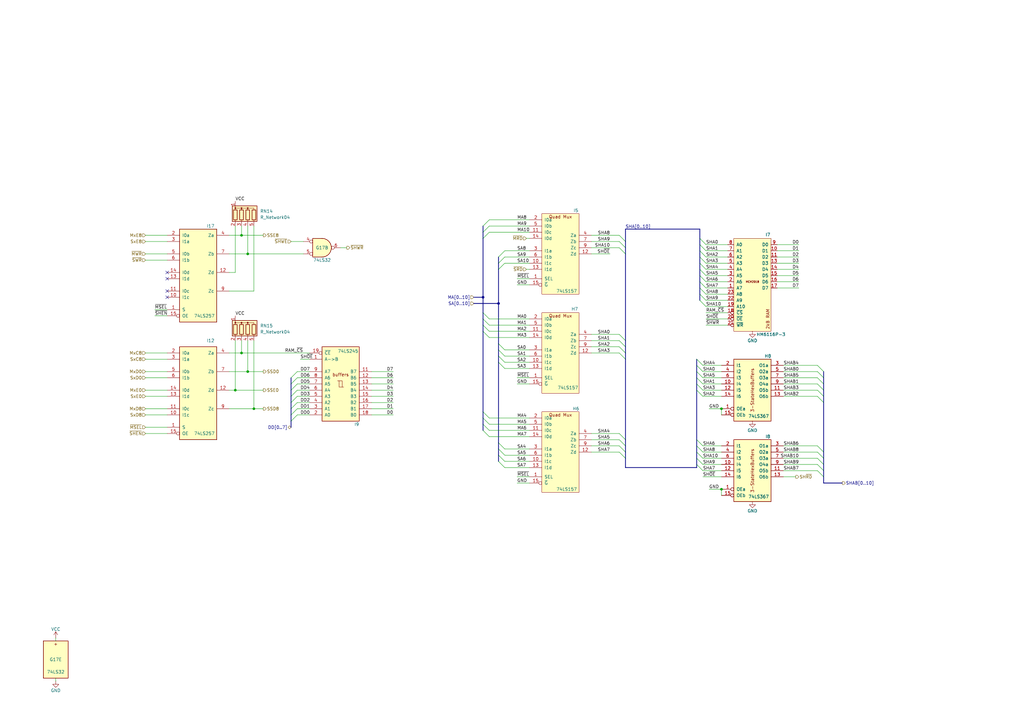
<source format=kicad_sch>
(kicad_sch (version 20231120) (generator "eeschema") (generator_version "8.0")
  (paper "A3")
  (title_block (title "Shared Memory") (date "2024-10-12") (company "JOTEGO") (comment 1 "Jose Tejada"))
  (lib_symbols
    (symbol "Device:R_Network04" (pin_names (offset 0) hide)
      (property "Reference" "RN" (at -7.62 0 90))
      (property "Value" "R_Network04" (at 5.08 0 90))
      (symbol "R_Network04_0_1"
        (rectangle (start -6.35 -3.175) (end 3.81 3.175) (stroke (width 0.254)) (fill (type background)))
        (rectangle (start -5.842 1.524) (end -4.318 -2.54) (stroke (width 0.254)))
        (circle (center -5.08 2.286) (radius 0.254) (fill (type outline)))
        (rectangle (start -3.302 1.524) (end -1.778 -2.54) (stroke (width 0.254)))
        (circle (center -2.54 2.286) (radius 0.254) (fill (type outline)))
        (rectangle (start -0.762 1.524) (end 0.762 -2.54) (stroke (width 0.254)))
        (polyline (pts (xy -5.08 -2.54) (xy -5.08 -3.81)))
        (polyline (pts (xy -2.54 -2.54) (xy -2.54 -3.81)))
        (polyline (pts (xy 0 -2.54) (xy 0 -3.81)))
        (polyline (pts (xy 2.54 -2.54) (xy 2.54 -3.81)))
        (polyline (pts (xy -5.08 1.524) (xy -5.08 2.286) (xy -2.54 2.286) (xy -2.54 1.524)))
        (polyline (pts (xy -2.54 1.524) (xy -2.54 2.286) (xy 0 2.286) (xy 0 1.524)))
        (polyline (pts (xy 0 1.524) (xy 0 2.286) (xy 2.54 2.286) (xy 2.54 1.524)))
        (circle (center 0 2.286) (radius 0.254) (fill (type outline)))
        (rectangle (start 1.778 1.524) (end 3.302 -2.54) (stroke (width 0.254)))
      )
      (symbol "R_Network04_1_1"
        (pin passive line (at -5.08 5.08 270) (length 2.54) (name "common") (number "1"))
        (pin passive line (at -5.08 -5.08 90) (length 1.27) (name "R1") (number "2"))
        (pin passive line (at -2.54 -5.08 90) (length 1.27) (name "R2") (number "3"))
        (pin passive line (at 0 -5.08 90) (length 1.27) (name "R3") (number "4"))
        (pin passive line (at 2.54 -5.08 90) (length 1.27) (name "R4") (number "5"))
      )
    )
    (symbol "arcade:HM6116P-3" (pin_names (offset 1.016))
      (property "Reference" "U" (at 0 21.59 0))
      (property "Value" "HM6116P-3" (at 1.27 19.05 0))
      (symbol "HM6116P-3_0_0"
        (text "2kB RAM" (at 6.35 -15.24 900) (effects (font (size 1.27 1.27))))
        (text "MCM2018" (at 0 0 0) (effects (font (size 0.762 0.762))))
      )
      (symbol "HM6116P-3_0_1"
        (rectangle (start -7.62 17.78) (end 7.62 -20.32) (fill (type background)))
      )
      (symbol "HM6116P-3_1_1"
        (pin input line (at -10.16 -2.54 0) (length 2.54) (name "A7") (number "1"))
        (pin tri_state line (at 10.16 12.7 180) (length 2.54) (name "D1") (number "10"))
        (pin tri_state line (at 10.16 10.16 180) (length 2.54) (name "D2") (number "11"))
        (pin power_in line (at 0 -20.32 90) (length 5.08) hide (name "VSS") (number "12"))
        (pin tri_state line (at 10.16 7.62 180) (length 2.54) (name "D3") (number "13"))
        (pin tri_state line (at 10.16 5.08 180) (length 2.54) (name "D4") (number "14"))
        (pin tri_state line (at 10.16 2.54 180) (length 2.54) (name "D5") (number "15"))
        (pin tri_state line (at 10.16 0 180) (length 2.54) (name "D6") (number "16"))
        (pin tri_state line (at 10.16 -2.54 180) (length 2.54) (name "D7") (number "17"))
        (pin input inverted (at -10.16 -12.7 0) (length 2.54) (name "~{CS}") (number "18"))
        (pin input line (at -10.16 -10.16 0) (length 2.54) (name "A10") (number "19"))
        (pin input line (at -10.16 0 0) (length 2.54) (name "A6") (number "2"))
        (pin input inverted (at -10.16 -15.24 0) (length 2.54) (name "~{OE}") (number "20"))
        (pin input inverted (at -10.16 -17.78 0) (length 2.54) (name "~{WR}") (number "21"))
        (pin input line (at -10.16 -7.62 0) (length 2.54) (name "A9") (number "22"))
        (pin input line (at -10.16 -5.08 0) (length 2.54) (name "A8") (number "23"))
        (pin power_in line (at 0 17.78 270) (length 5.08) hide (name "VCC") (number "24"))
        (pin input line (at -10.16 2.54 0) (length 2.54) (name "A5") (number "3"))
        (pin input line (at -10.16 5.08 0) (length 2.54) (name "A4") (number "4"))
        (pin input line (at -10.16 7.62 0) (length 2.54) (name "A3") (number "5"))
        (pin input line (at -10.16 10.16 0) (length 2.54) (name "A2") (number "6"))
        (pin input line (at -10.16 12.7 0) (length 2.54) (name "A1") (number "7"))
        (pin input line (at -10.16 15.24 0) (length 2.54) (name "A0") (number "8"))
        (pin tri_state line (at 10.16 15.24 180) (length 2.54) (name "D0") (number "9"))
      )
    )
    (symbol "jt74:74LS157" (pin_names (offset 1.016))
      (property "Reference" "U" (at 5.08 16.51 0))
      (property "Value" "74LS157" (at 0 -16.51 0))
      (symbol "74LS157_0_0"
        (text "Quad Mux" (at 0 13.97 0) (effects (font (size 1.27 1.27))))
      )
      (symbol "74LS157_1_0"
        (pin input line (at -12.7 -11.43 0) (length 5.08) (name "SEL") (number "1"))
        (pin input line (at -12.7 -5.08 0) (length 5.08) (name "I1c") (number "10"))
        (pin input line (at -12.7 7.62 0) (length 5.08) (name "I0c") (number "11"))
        (pin output line (at 12.7 -1.27 180) (length 5.08) (name "Zd") (number "12"))
        (pin input line (at -12.7 -7.62 0) (length 5.08) (name "I1d") (number "13"))
        (pin input line (at -12.7 5.08 0) (length 5.08) (name "I0d") (number "14"))
        (pin input inverted (at -12.7 -13.97 0) (length 5.08) (name "~{G}") (number "15"))
        (pin input line (at -12.7 12.7 0) (length 5.08) (name "I0a") (number "2"))
        (pin input line (at -12.7 0 0) (length 5.08) (name "I1a") (number "3"))
        (pin output line (at 12.7 6.35 180) (length 5.08) (name "Za") (number "4"))
        (pin input line (at -12.7 10.16 0) (length 5.08) (name "I0b") (number "5"))
        (pin input line (at -12.7 -2.54 0) (length 5.08) (name "I1b") (number "6"))
        (pin output line (at 12.7 3.81 180) (length 5.08) (name "Zb") (number "7"))
        (pin output line (at 12.7 1.27 180) (length 5.08) (name "Zc") (number "9"))
      )
      (symbol "74LS157_1_1"
        (rectangle (start -7.62 15.24) (end 7.62 -17.78) (fill (type background)))
      )
    )
    (symbol "jt74:74LS245" (pin_names (offset 1.016))
      (property "Reference" "U" (at -7.62 16.51 0))
      (property "Value" "74LS245" (at 2.54 -13.97 0))
      (symbol "74LS245_0_0"
        (text "buffers" (at 0 -3.81 0) (effects (font (size 1.27 1.27))))
      )
      (symbol "74LS245_1_0"
        (polyline (pts (xy -0.635 -1.27) (xy -0.635 1.27) (xy 0.635 1.27)))
        (polyline (pts (xy -1.27 -1.27) (xy 0.635 -1.27) (xy 0.635 1.27) (xy 1.27 1.27)))
        (pin input line (at -12.7 -10.16 0) (length 5.08) (name "A->B") (number "1"))
        (pin tri_state line (at 12.7 -5.08 180) (length 5.08) (name "B7") (number "11"))
        (pin tri_state line (at 12.7 -2.54 180) (length 5.08) (name "B6") (number "12"))
        (pin tri_state line (at 12.7 0 180) (length 5.08) (name "B5") (number "13"))
        (pin tri_state line (at 12.7 2.54 180) (length 5.08) (name "B4") (number "14"))
        (pin tri_state line (at 12.7 5.08 180) (length 5.08) (name "B3") (number "15"))
        (pin tri_state line (at 12.7 7.62 180) (length 5.08) (name "B2") (number "16"))
        (pin tri_state line (at 12.7 10.16 180) (length 5.08) (name "B1") (number "17"))
        (pin tri_state line (at 12.7 12.7 180) (length 5.08) (name "B0") (number "18"))
        (pin input inverted (at -12.7 -12.7 0) (length 5.08) (name "~{CE}") (number "19"))
        (pin tri_state line (at -12.7 12.7 0) (length 5.08) (name "A0") (number "2"))
        (pin tri_state line (at -12.7 10.16 0) (length 5.08) (name "A1") (number "3"))
        (pin tri_state line (at -12.7 7.62 0) (length 5.08) (name "A2") (number "4"))
        (pin tri_state line (at -12.7 5.08 0) (length 5.08) (name "A3") (number "5"))
        (pin tri_state line (at -12.7 2.54 0) (length 5.08) (name "A4") (number "6"))
        (pin tri_state line (at -12.7 0 0) (length 5.08) (name "A5") (number "7"))
        (pin tri_state line (at -12.7 -2.54 0) (length 5.08) (name "A6") (number "8"))
        (pin tri_state line (at -12.7 -5.08 0) (length 5.08) (name "A7") (number "9"))
      )
      (symbol "74LS245_1_1"
        (rectangle (start -7.62 15.24) (end 7.62 -15.24) (stroke (width 0.254)) (fill (type background)))
      )
    )
    (symbol "jt74:74LS257" (pin_names (offset 1.016))
      (property "Reference" "U" (at -7.62 19.05 0))
      (property "Value" "74LS257" (at 3.048 -18.923 0))
      (symbol "74LS257_1_0"
        (pin input line (at -12.7 -15.24 0) (length 5.08) (name "S") (number "1"))
        (pin input line (at -12.7 -10.16 0) (length 5.08) (name "I1c") (number "10"))
        (pin input line (at -12.7 -7.62 0) (length 5.08) (name "I0c") (number "11"))
        (pin tri_state line (at 12.7 0 180) (length 5.08) (name "Zd") (number "12"))
        (pin input line (at -12.7 -2.54 0) (length 5.08) (name "I1d") (number "13"))
        (pin input line (at -12.7 0 0) (length 5.08) (name "I0d") (number "14"))
        (pin input inverted (at -12.7 -17.78 0) (length 5.08) (name "OE") (number "15"))
        (pin input line (at -12.7 15.24 0) (length 5.08) (name "I0a") (number "2"))
        (pin input line (at -12.7 12.7 0) (length 5.08) (name "I1a") (number "3"))
        (pin tri_state line (at 12.7 15.24 180) (length 5.08) (name "Za") (number "4"))
        (pin input line (at -12.7 7.62 0) (length 5.08) (name "I0b") (number "5"))
        (pin input line (at -12.7 5.08 0) (length 5.08) (name "I1b") (number "6"))
        (pin tri_state line (at 12.7 7.62 180) (length 5.08) (name "Zb") (number "7"))
        (pin tri_state line (at 12.7 -7.62 180) (length 5.08) (name "Zc") (number "9"))
      )
      (symbol "74LS257_1_1"
        (rectangle (start -7.62 17.78) (end 7.62 -20.32) (stroke (width 0.254)) (fill (type background)))
      )
    )
    (symbol "jt74:74LS32" (pin_names (offset 1.016))
      (property "Reference" "U" (at 0 1.27 0))
      (property "Value" "74LS32" (at 0 -1.27 0))
      (symbol "74LS32_1_1"
        (arc (start -3.81 -3.81) (mid -2.589 0) (end -3.81 3.81) (stroke (width 0.254)))
        (arc (start -0.6096 -3.81) (mid 2.1842 -2.5851) (end 3.81 0) (stroke (width 0.254)) (fill (type background)))
        (polyline (pts (xy -3.81 -3.81) (xy -0.635 -3.81)) (stroke (width 0.254)) (fill (type background)))
        (polyline (pts (xy -3.81 3.81) (xy -0.635 3.81)) (stroke (width 0.254)) (fill (type background)))
        (polyline (pts (xy -0.635 3.81) (xy -3.81 3.81) (xy -3.81 3.81) (xy -3.556 3.4036) (xy -3.0226 2.2606) (xy -2.6924 1.0414) (xy -2.6162 -0.254) (xy -2.7686 -1.4986) (xy -3.175 -2.7178) (xy -3.81 -3.81) (xy -3.81 -3.81) (xy -0.635 -3.81)) (stroke (width -25.4)) (fill (type background)))
        (arc (start 3.81 0) (mid 2.1915 2.5936) (end -0.6096 3.81) (stroke (width 0.254)) (fill (type background)))
        (pin input line (at -7.62 2.54 0) (length 4.318) (name "~") (number "1"))
        (pin input line (at -7.62 -2.54 0) (length 4.318) (name "~") (number "2"))
        (pin output line (at 7.62 0 180) (length 3.81) (name "~") (number "3"))
      )
      (symbol "74LS32_1_2"
        (arc (start 0 -3.81) (mid 3.7934 0) (end 0 3.81) (stroke (width 0.254)) (fill (type background)))
        (polyline (pts (xy 0 3.81) (xy -3.81 3.81) (xy -3.81 -3.81) (xy 0 -3.81)) (stroke (width 0.254)) (fill (type background)))
        (pin input inverted (at -7.62 2.54 0) (length 3.81) (name "~") (number "1"))
        (pin input inverted (at -7.62 -2.54 0) (length 3.81) (name "~") (number "2"))
        (pin output inverted (at 7.62 0 180) (length 3.81) (name "~") (number "3"))
      )
      (symbol "74LS32_2_1"
        (arc (start -3.81 -3.81) (mid -2.589 0) (end -3.81 3.81) (stroke (width 0.254)))
        (arc (start -0.6096 -3.81) (mid 2.1842 -2.5851) (end 3.81 0) (stroke (width 0.254)) (fill (type background)))
        (polyline (pts (xy -3.81 -3.81) (xy -0.635 -3.81)) (stroke (width 0.254)) (fill (type background)))
        (polyline (pts (xy -3.81 3.81) (xy -0.635 3.81)) (stroke (width 0.254)) (fill (type background)))
        (polyline (pts (xy -0.635 3.81) (xy -3.81 3.81) (xy -3.81 3.81) (xy -3.556 3.4036) (xy -3.0226 2.2606) (xy -2.6924 1.0414) (xy -2.6162 -0.254) (xy -2.7686 -1.4986) (xy -3.175 -2.7178) (xy -3.81 -3.81) (xy -3.81 -3.81) (xy -0.635 -3.81)) (stroke (width -25.4)) (fill (type background)))
        (arc (start 3.81 0) (mid 2.1915 2.5936) (end -0.6096 3.81) (stroke (width 0.254)) (fill (type background)))
        (pin input line (at -7.62 2.54 0) (length 4.318) (name "~") (number "4"))
        (pin input line (at -7.62 -2.54 0) (length 4.318) (name "~") (number "5"))
        (pin output line (at 7.62 0 180) (length 3.81) (name "~") (number "6"))
      )
      (symbol "74LS32_2_2"
        (arc (start 0 -3.81) (mid 3.7934 0) (end 0 3.81) (stroke (width 0.254)) (fill (type background)))
        (polyline (pts (xy 0 3.81) (xy -3.81 3.81) (xy -3.81 -3.81) (xy 0 -3.81)) (stroke (width 0.254)) (fill (type background)))
        (pin input inverted (at -7.62 2.54 0) (length 3.81) (name "~") (number "4"))
        (pin input inverted (at -7.62 -2.54 0) (length 3.81) (name "~") (number "5"))
        (pin output inverted (at 7.62 0 180) (length 3.81) (name "~") (number "6"))
      )
      (symbol "74LS32_3_1"
        (arc (start -3.81 -3.81) (mid -2.589 0) (end -3.81 3.81) (stroke (width 0.254)))
        (arc (start -0.6096 -3.81) (mid 2.1842 -2.5851) (end 3.81 0) (stroke (width 0.254)) (fill (type background)))
        (polyline (pts (xy -3.81 -3.81) (xy -0.635 -3.81)) (stroke (width 0.254)) (fill (type background)))
        (polyline (pts (xy -3.81 3.81) (xy -0.635 3.81)) (stroke (width 0.254)) (fill (type background)))
        (polyline (pts (xy -0.635 3.81) (xy -3.81 3.81) (xy -3.81 3.81) (xy -3.556 3.4036) (xy -3.0226 2.2606) (xy -2.6924 1.0414) (xy -2.6162 -0.254) (xy -2.7686 -1.4986) (xy -3.175 -2.7178) (xy -3.81 -3.81) (xy -3.81 -3.81) (xy -0.635 -3.81)) (stroke (width -25.4)) (fill (type background)))
        (arc (start 3.81 0) (mid 2.1915 2.5936) (end -0.6096 3.81) (stroke (width 0.254)) (fill (type background)))
        (pin input line (at -7.62 -2.54 0) (length 4.318) (name "~") (number "10"))
        (pin output line (at 7.62 0 180) (length 3.81) (name "~") (number "8"))
        (pin input line (at -7.62 2.54 0) (length 4.318) (name "~") (number "9"))
      )
      (symbol "74LS32_3_2"
        (arc (start 0 -3.81) (mid 3.7934 0) (end 0 3.81) (stroke (width 0.254)) (fill (type background)))
        (polyline (pts (xy 0 3.81) (xy -3.81 3.81) (xy -3.81 -3.81) (xy 0 -3.81)) (stroke (width 0.254)) (fill (type background)))
        (pin input inverted (at -7.62 -2.54 0) (length 3.81) (name "~") (number "10"))
        (pin output inverted (at 7.62 0 180) (length 3.81) (name "~") (number "8"))
        (pin input inverted (at -7.62 2.54 0) (length 3.81) (name "~") (number "9"))
      )
      (symbol "74LS32_4_1"
        (arc (start -3.81 -3.81) (mid -2.589 0) (end -3.81 3.81) (stroke (width 0.254)))
        (arc (start -0.6096 -3.81) (mid 2.1842 -2.5851) (end 3.81 0) (stroke (width 0.254)) (fill (type background)))
        (polyline (pts (xy -3.81 -3.81) (xy -0.635 -3.81)) (stroke (width 0.254)) (fill (type background)))
        (polyline (pts (xy -3.81 3.81) (xy -0.635 3.81)) (stroke (width 0.254)) (fill (type background)))
        (polyline (pts (xy -0.635 3.81) (xy -3.81 3.81) (xy -3.81 3.81) (xy -3.556 3.4036) (xy -3.0226 2.2606) (xy -2.6924 1.0414) (xy -2.6162 -0.254) (xy -2.7686 -1.4986) (xy -3.175 -2.7178) (xy -3.81 -3.81) (xy -3.81 -3.81) (xy -0.635 -3.81)) (stroke (width -25.4)) (fill (type background)))
        (arc (start 3.81 0) (mid 2.1915 2.5936) (end -0.6096 3.81) (stroke (width 0.254)) (fill (type background)))
        (pin output line (at 7.62 0 180) (length 3.81) (name "~") (number "11"))
        (pin input line (at -7.62 2.54 0) (length 4.318) (name "~") (number "12"))
        (pin input line (at -7.62 -2.54 0) (length 4.318) (name "~") (number "13"))
      )
      (symbol "74LS32_4_2"
        (arc (start 0 -3.81) (mid 3.7934 0) (end 0 3.81) (stroke (width 0.254)) (fill (type background)))
        (polyline (pts (xy 0 3.81) (xy -3.81 3.81) (xy -3.81 -3.81) (xy 0 -3.81)) (stroke (width 0.254)) (fill (type background)))
        (pin output inverted (at 7.62 0 180) (length 3.81) (name "~") (number "11"))
        (pin input inverted (at -7.62 2.54 0) (length 3.81) (name "~") (number "12"))
        (pin input inverted (at -7.62 -2.54 0) (length 3.81) (name "~") (number "13"))
      )
      (symbol "74LS32_5_0"
        (pin power_in line (at 0 7.62 270) (length 5.08) hide (name "VCC") (number "14"))
        (pin power_in line (at 0 -7.62 90) (length 5.08) hide (name "VSS") (number "7"))
      )
      (symbol "74LS32_5_1"
        (rectangle (start -5.08 7.62) (end 5.08 -7.62) (stroke (width 0.254)) (fill (type background)))
        (text "+" (at 0 6.35 0) (effects (font (size 1.27 1.27))))
      )
    )
    (symbol "jt74:74LS367" (pin_names (offset 1.016))
      (property "Reference" "U" (at -7.62 13.97 0))
      (property "Value" "74LS367" (at -7.62 -13.97 0))
      (symbol "74LS367_0_0"
        (text "3-StateHexBuffers" (at 0 0 900) (effects (font (size 1.27 1.27))))
      )
      (symbol "74LS367_1_0"
        (pin input inverted (at -12.7 -7.62 0) (length 5.08) (name "OEa") (number "1"))
        (pin input line (at -12.7 2.54 0) (length 5.08) (name "I4") (number "10"))
        (pin tri_state line (at 12.7 0 180) (length 5.08) (name "O5b") (number "11"))
        (pin input line (at -12.7 0 0) (length 5.08) (name "I5") (number "12"))
        (pin tri_state line (at 12.7 -2.54 180) (length 5.08) (name "O6b") (number "13"))
        (pin input line (at -12.7 -2.54 0) (length 5.08) (name "I6") (number "14"))
        (pin input inverted (at -12.7 -10.16 0) (length 5.08) (name "OEb") (number "15"))
        (pin input line (at -12.7 10.16 0) (length 5.08) (name "I1") (number "2"))
        (pin tri_state line (at 12.7 10.16 180) (length 5.08) (name "O1a") (number "3"))
        (pin input line (at -12.7 7.62 0) (length 5.08) (name "I2") (number "4"))
        (pin tri_state line (at 12.7 7.62 180) (length 5.08) (name "O2a") (number "5"))
        (pin input line (at -12.7 5.08 0) (length 5.08) (name "I3") (number "6"))
        (pin tri_state line (at 12.7 5.08 180) (length 5.08) (name "O3a") (number "7"))
        (pin tri_state line (at 12.7 2.54 180) (length 5.08) (name "O4a") (number "9"))
      )
      (symbol "74LS367_1_1"
        (rectangle (start -7.62 12.7) (end 7.62 -12.7) (stroke (width 0.254)) (fill (type background)))
        (pin power_in line (at 0 12.7 270) (length 2.54) hide (name "VCC") (number "16"))
        (pin power_in line (at 0 -12.7 90) (length 2.54) hide (name "VSS") (number "8"))
      )
    )
    (symbol "power:GND" (power) (pin_numbers hide) (pin_names (offset 0) hide)
      (property "Value" "GND" (at 0 -3.81 0))
      (symbol "GND_0_1"
        (polyline (pts (xy 0 0) (xy 0 -1.27) (xy 1.27 -1.27) (xy 0 -2.54) (xy -1.27 -1.27) (xy 0 -1.27)))
      )
      (symbol "GND_1_1"
        (pin power_in line (at 0 0 270) (length 0) (name "~") (number "1"))
      )
    )
    (symbol "power:VCC" (power) (pin_numbers hide) (pin_names (offset 0) hide)
      (property "Value" "VCC" (at 0 3.556 0))
      (symbol "VCC_0_1"
        (polyline (pts (xy -0.762 1.27) (xy 0 2.54)))
        (polyline (pts (xy 0 0) (xy 0 2.54)))
        (polyline (pts (xy 0 2.54) (xy 0.762 1.27)))
      )
      (symbol "VCC_1_1"
        (pin power_in line (at 0 0 90) (length 0) (name "~") (number "1"))
      )
    )
  )
  (junction (at 104.14 167.64))
  (junction (at 295.91 200.66))
  (junction (at 99.06 144.78))
  (junction (at 198.12 121.92))
  (junction (at 204.47 124.46))
  (junction (at 99.06 96.52))
  (junction (at 295.91 167.64))
  (junction (at 101.6 104.14))
  (junction (at 101.6 152.4))
  (junction (at 96.52 160.02))
  (no_connect (at 68.58 111.76))
  (no_connect (at 68.58 119.38))
  (no_connect (at 68.58 114.3))
  (no_connect (at 68.58 121.92))
  (bus_entry (at 287.02 120.65) (size 2.54 2.54))
  (bus_entry (at 119.38 157.48) (size 2.54 -2.54))
  (bus_entry (at 204.47 107.95) (size 2.54 -2.54))
  (bus_entry (at 254 185.42) (size 2.54 2.54))
  (bus_entry (at 287.02 107.95) (size 2.54 2.54))
  (bus_entry (at 335.28 182.88) (size 2.54 2.54))
  (bus_entry (at 335.28 157.48) (size 2.54 2.54))
  (bus_entry (at 119.38 172.72) (size 2.54 -2.54))
  (bus_entry (at 287.02 97.79) (size 2.54 2.54))
  (bus_entry (at 287.02 115.57) (size 2.54 2.54))
  (bus_entry (at 204.47 110.49) (size 2.54 -2.54))
  (bus_entry (at 287.02 110.49) (size 2.54 2.54))
  (bus_entry (at 198.12 168.91) (size 2.54 2.54))
  (bus_entry (at 285.75 152.4) (size 2.54 2.54))
  (bus_entry (at 285.75 154.94) (size 2.54 2.54))
  (bus_entry (at 335.28 149.86) (size 2.54 2.54))
  (bus_entry (at 335.28 152.4) (size 2.54 2.54))
  (bus_entry (at 285.75 160.02) (size 2.54 2.54))
  (bus_entry (at 198.12 128.27) (size 2.54 2.54))
  (bus_entry (at 254 177.8) (size 2.54 2.54))
  (bus_entry (at 198.12 95.25) (size 2.54 -2.54))
  (bus_entry (at 198.12 133.35) (size 2.54 2.54))
  (bus_entry (at 204.47 181.61) (size 2.54 2.54))
  (bus_entry (at 254 99.06) (size 2.54 2.54))
  (bus_entry (at 198.12 97.79) (size 2.54 -2.54))
  (bus_entry (at 287.02 102.87) (size 2.54 2.54))
  (bus_entry (at 204.47 146.05) (size 2.54 2.54))
  (bus_entry (at 254 180.34) (size 2.54 2.54))
  (bus_entry (at 287.02 105.41) (size 2.54 2.54))
  (bus_entry (at 254 142.24) (size 2.54 2.54))
  (bus_entry (at 335.28 193.04) (size 2.54 2.54))
  (bus_entry (at 254 139.7) (size 2.54 2.54))
  (bus_entry (at 198.12 171.45) (size 2.54 2.54))
  (bus_entry (at 335.28 160.02) (size 2.54 2.54))
  (bus_entry (at 198.12 135.89) (size 2.54 2.54))
  (bus_entry (at 335.28 190.5) (size 2.54 2.54))
  (bus_entry (at 287.02 100.33) (size 2.54 2.54))
  (bus_entry (at 198.12 130.81) (size 2.54 2.54))
  (bus_entry (at 285.75 147.32) (size 2.54 2.54))
  (bus_entry (at 254 137.16) (size 2.54 2.54))
  (bus_entry (at 204.47 148.59) (size 2.54 2.54))
  (bus_entry (at 285.75 185.42) (size 2.54 2.54))
  (bus_entry (at 119.38 167.64) (size 2.54 -2.54))
  (bus_entry (at 335.28 185.42) (size 2.54 2.54))
  (bus_entry (at 119.38 170.18) (size 2.54 -2.54))
  (bus_entry (at 285.75 157.48) (size 2.54 2.54))
  (bus_entry (at 119.38 162.56) (size 2.54 -2.54))
  (bus_entry (at 285.75 149.86) (size 2.54 2.54))
  (bus_entry (at 287.02 123.19) (size 2.54 2.54))
  (bus_entry (at 254 144.78) (size 2.54 2.54))
  (bus_entry (at 254 96.52) (size 2.54 2.54))
  (bus_entry (at 285.75 180.34) (size 2.54 2.54))
  (bus_entry (at 198.12 92.71) (size 2.54 -2.54))
  (bus_entry (at 285.75 190.5) (size 2.54 2.54))
  (bus_entry (at 254 101.6) (size 2.54 2.54))
  (bus_entry (at 287.02 118.11) (size 2.54 2.54))
  (bus_entry (at 204.47 140.97) (size 2.54 2.54))
  (bus_entry (at 287.02 113.03) (size 2.54 2.54))
  (bus_entry (at 119.38 160.02) (size 2.54 -2.54))
  (bus_entry (at 119.38 165.1) (size 2.54 -2.54))
  (bus_entry (at 198.12 173.99) (size 2.54 2.54))
  (bus_entry (at 285.75 182.88) (size 2.54 2.54))
  (bus_entry (at 204.47 186.69) (size 2.54 2.54))
  (bus_entry (at 254 182.88) (size 2.54 2.54))
  (bus_entry (at 119.38 154.94) (size 2.54 -2.54))
  (bus_entry (at 204.47 189.23) (size 2.54 2.54))
  (bus_entry (at 204.47 105.41) (size 2.54 -2.54))
  (bus_entry (at 335.28 154.94) (size 2.54 2.54))
  (bus_entry (at 335.28 162.56) (size 2.54 2.54))
  (bus_entry (at 198.12 176.53) (size 2.54 2.54))
  (bus_entry (at 285.75 187.96) (size 2.54 2.54))
  (bus_entry (at 204.47 184.15) (size 2.54 2.54))
  (bus_entry (at 335.28 187.96) (size 2.54 2.54))
  (bus_entry (at 204.47 143.51) (size 2.54 2.54))
  (wire (pts (xy 288.29 160.02) (xy 295.91 160.02)))
  (wire (pts (xy 121.92 152.4) (xy 127 152.4)))
  (wire (pts (xy 152.4 170.18) (xy 161.29 170.18)))
  (wire (pts (xy 289.56 123.19) (xy 298.45 123.19)))
  (bus (pts (xy 285.75 180.34) (xy 285.75 182.88)))
  (wire (pts (xy 104.14 119.38) (xy 93.98 119.38)))
  (wire (pts (xy 101.6 139.7) (xy 101.6 152.4)))
  (bus (pts (xy 256.54 99.06) (xy 256.54 93.98)))
  (wire (pts (xy 119.38 99.06) (xy 124.46 99.06)))
  (bus (pts (xy 194.31 124.46) (xy 204.47 124.46)))
  (wire (pts (xy 59.69 96.52) (xy 68.58 96.52)))
  (bus (pts (xy 204.47 124.46) (xy 204.47 140.97)))
  (wire (pts (xy 96.52 160.02) (xy 107.95 160.02)))
  (bus (pts (xy 204.47 184.15) (xy 204.47 186.69)))
  (wire (pts (xy 289.56 125.73) (xy 298.45 125.73)))
  (wire (pts (xy 104.14 167.64) (xy 107.95 167.64)))
  (wire (pts (xy 318.77 100.33) (xy 327.66 100.33)))
  (wire (pts (xy 200.66 173.99) (xy 217.17 173.99)))
  (wire (pts (xy 288.29 149.86) (xy 295.91 149.86)))
  (wire (pts (xy 318.77 118.11) (xy 327.66 118.11)))
  (wire (pts (xy 96.52 111.76) (xy 93.98 111.76)))
  (wire (pts (xy 212.09 114.3) (xy 217.17 114.3)))
  (wire (pts (xy 93.98 144.78) (xy 99.06 144.78)))
  (wire (pts (xy 121.92 162.56) (xy 127 162.56)))
  (wire (pts (xy 318.77 105.41) (xy 327.66 105.41)))
  (bus (pts (xy 287.02 110.49) (xy 287.02 113.03)))
  (wire (pts (xy 289.56 107.95) (xy 298.45 107.95)))
  (wire (pts (xy 207.01 184.15) (xy 217.17 184.15)))
  (wire (pts (xy 101.6 104.14) (xy 124.46 104.14)))
  (wire (pts (xy 321.31 182.88) (xy 335.28 182.88)))
  (wire (pts (xy 321.31 160.02) (xy 335.28 160.02)))
  (wire (pts (xy 212.09 116.84) (xy 217.17 116.84)))
  (bus (pts (xy 287.02 100.33) (xy 287.02 102.87)))
  (bus (pts (xy 285.75 157.48) (xy 285.75 160.02)))
  (bus (pts (xy 256.54 191.77) (xy 285.75 191.77)))
  (wire (pts (xy 96.52 160.02) (xy 93.98 160.02)))
  (wire (pts (xy 254 180.34) (xy 242.57 180.34)))
  (wire (pts (xy 59.69 99.06) (xy 68.58 99.06)))
  (bus (pts (xy 285.75 190.5) (xy 285.75 191.77)))
  (bus (pts (xy 198.12 173.99) (xy 198.12 176.53)))
  (bus (pts (xy 285.75 149.86) (xy 285.75 152.4)))
  (bus (pts (xy 119.38 160.02) (xy 119.38 162.56)))
  (bus (pts (xy 337.82 157.48) (xy 337.82 160.02)))
  (wire (pts (xy 318.77 115.57) (xy 327.66 115.57)))
  (wire (pts (xy 121.92 165.1) (xy 127 165.1)))
  (bus (pts (xy 285.75 182.88) (xy 285.75 185.42)))
  (wire (pts (xy 99.06 139.7) (xy 99.06 144.78)))
  (wire (pts (xy 289.56 100.33) (xy 298.45 100.33)))
  (bus (pts (xy 337.82 154.94) (xy 337.82 157.48)))
  (bus (pts (xy 337.82 160.02) (xy 337.82 162.56)))
  (wire (pts (xy 59.69 162.56) (xy 68.58 162.56)))
  (bus (pts (xy 287.02 97.79) (xy 287.02 100.33)))
  (wire (pts (xy 99.06 96.52) (xy 93.98 96.52)))
  (wire (pts (xy 295.91 200.66) (xy 295.91 203.2)))
  (wire (pts (xy 207.01 102.87) (xy 217.17 102.87)))
  (wire (pts (xy 289.56 120.65) (xy 298.45 120.65)))
  (wire (pts (xy 321.31 190.5) (xy 335.28 190.5)))
  (wire (pts (xy 200.66 92.71) (xy 217.17 92.71)))
  (wire (pts (xy 242.57 177.8) (xy 254 177.8)))
  (bus (pts (xy 256.54 187.96) (xy 256.54 191.77)))
  (bus (pts (xy 198.12 97.79) (xy 198.12 121.92)))
  (bus (pts (xy 256.54 180.34) (xy 256.54 182.88)))
  (wire (pts (xy 288.29 162.56) (xy 295.91 162.56)))
  (wire (pts (xy 152.4 152.4) (xy 161.29 152.4)))
  (wire (pts (xy 288.29 187.96) (xy 295.91 187.96)))
  (wire (pts (xy 289.56 113.03) (xy 298.45 113.03)))
  (wire (pts (xy 59.69 170.18) (xy 68.58 170.18)))
  (wire (pts (xy 212.09 198.12) (xy 217.17 198.12)))
  (bus (pts (xy 204.47 148.59) (xy 204.47 181.61)))
  (wire (pts (xy 22.86 279.4) (xy 22.86 278.13)))
  (bus (pts (xy 204.47 148.59) (xy 204.47 146.05)))
  (bus (pts (xy 119.38 170.18) (xy 119.38 172.72)))
  (wire (pts (xy 99.06 144.78) (xy 127 144.78)))
  (wire (pts (xy 288.29 195.58) (xy 295.91 195.58)))
  (wire (pts (xy 200.66 95.25) (xy 217.17 95.25)))
  (wire (pts (xy 289.56 115.57) (xy 298.45 115.57)))
  (wire (pts (xy 101.6 92.71) (xy 101.6 104.14)))
  (bus (pts (xy 119.38 172.72) (xy 119.38 175.26)))
  (wire (pts (xy 321.31 162.56) (xy 335.28 162.56)))
  (bus (pts (xy 287.02 105.41) (xy 287.02 107.95)))
  (wire (pts (xy 318.77 113.03) (xy 327.66 113.03)))
  (bus (pts (xy 337.82 152.4) (xy 337.82 154.94)))
  (bus (pts (xy 198.12 168.91) (xy 198.12 171.45)))
  (wire (pts (xy 59.69 147.32) (xy 68.58 147.32)))
  (wire (pts (xy 321.31 193.04) (xy 335.28 193.04)))
  (wire (pts (xy 200.66 138.43) (xy 217.17 138.43)))
  (wire (pts (xy 289.56 102.87) (xy 298.45 102.87)))
  (bus (pts (xy 256.54 139.7) (xy 256.54 142.24)))
  (bus (pts (xy 256.54 93.98) (xy 287.02 93.98)))
  (wire (pts (xy 200.66 179.07) (xy 217.17 179.07)))
  (wire (pts (xy 321.31 152.4) (xy 335.28 152.4)))
  (bus (pts (xy 287.02 93.98) (xy 287.02 97.79)))
  (bus (pts (xy 285.75 160.02) (xy 285.75 180.34)))
  (wire (pts (xy 289.56 130.81) (xy 298.45 130.81)))
  (bus (pts (xy 337.82 193.04) (xy 337.82 195.58)))
  (bus (pts (xy 256.54 147.32) (xy 256.54 180.34)))
  (wire (pts (xy 207.01 105.41) (xy 217.17 105.41)))
  (wire (pts (xy 288.29 185.42) (xy 295.91 185.42)))
  (wire (pts (xy 96.52 139.7) (xy 96.52 160.02)))
  (bus (pts (xy 119.38 162.56) (xy 119.38 165.1)))
  (bus (pts (xy 337.82 190.5) (xy 337.82 193.04)))
  (bus (pts (xy 194.31 121.92) (xy 198.12 121.92)))
  (wire (pts (xy 318.77 102.87) (xy 327.66 102.87)))
  (wire (pts (xy 288.29 154.94) (xy 295.91 154.94)))
  (wire (pts (xy 254 144.78) (xy 242.57 144.78)))
  (bus (pts (xy 119.38 154.94) (xy 119.38 157.48)))
  (wire (pts (xy 101.6 152.4) (xy 93.98 152.4)))
  (bus (pts (xy 256.54 182.88) (xy 256.54 185.42)))
  (bus (pts (xy 119.38 167.64) (xy 119.38 170.18)))
  (wire (pts (xy 212.09 195.58) (xy 217.17 195.58)))
  (wire (pts (xy 200.66 171.45) (xy 217.17 171.45)))
  (wire (pts (xy 121.92 167.64) (xy 127 167.64)))
  (wire (pts (xy 104.14 167.64) (xy 93.98 167.64)))
  (bus (pts (xy 198.12 171.45) (xy 198.12 173.99)))
  (wire (pts (xy 288.29 193.04) (xy 295.91 193.04)))
  (wire (pts (xy 200.66 90.17) (xy 217.17 90.17)))
  (wire (pts (xy 207.01 189.23) (xy 217.17 189.23)))
  (bus (pts (xy 337.82 165.1) (xy 337.82 185.42)))
  (wire (pts (xy 321.31 149.86) (xy 335.28 149.86)))
  (bus (pts (xy 337.82 187.96) (xy 337.82 190.5)))
  (wire (pts (xy 139.7 101.6) (xy 142.24 101.6)))
  (bus (pts (xy 287.02 107.95) (xy 287.02 110.49)))
  (wire (pts (xy 99.06 92.71) (xy 99.06 96.52)))
  (wire (pts (xy 104.14 92.71) (xy 104.14 119.38)))
  (bus (pts (xy 285.75 147.32) (xy 285.75 149.86)))
  (wire (pts (xy 254 137.16) (xy 242.57 137.16)))
  (wire (pts (xy 96.52 92.71) (xy 96.52 111.76)))
  (bus (pts (xy 198.12 133.35) (xy 198.12 130.81)))
  (wire (pts (xy 207.01 146.05) (xy 217.17 146.05)))
  (wire (pts (xy 93.98 104.14) (xy 101.6 104.14)))
  (wire (pts (xy 207.01 143.51) (xy 217.17 143.51)))
  (bus (pts (xy 337.82 195.58) (xy 337.82 198.12)))
  (wire (pts (xy 200.66 176.53) (xy 217.17 176.53)))
  (bus (pts (xy 204.47 146.05) (xy 204.47 143.51)))
  (wire (pts (xy 254 101.6) (xy 242.57 101.6)))
  (bus (pts (xy 204.47 181.61) (xy 204.47 184.15)))
  (bus (pts (xy 256.54 144.78) (xy 256.54 147.32)))
  (bus (pts (xy 204.47 143.51) (xy 204.47 140.97)))
  (wire (pts (xy 59.69 154.94) (xy 68.58 154.94)))
  (wire (pts (xy 290.83 167.64) (xy 295.91 167.64)))
  (wire (pts (xy 207.01 107.95) (xy 217.17 107.95)))
  (bus (pts (xy 198.12 135.89) (xy 198.12 168.91)))
  (wire (pts (xy 289.56 118.11) (xy 298.45 118.11)))
  (bus (pts (xy 198.12 95.25) (xy 198.12 97.79)))
  (bus (pts (xy 119.38 165.1) (xy 119.38 167.64)))
  (bus (pts (xy 337.82 185.42) (xy 337.82 187.96)))
  (wire (pts (xy 242.57 104.14) (xy 250.19 104.14)))
  (bus (pts (xy 256.54 99.06) (xy 256.54 101.6)))
  (wire (pts (xy 207.01 148.59) (xy 217.17 148.59)))
  (wire (pts (xy 254 99.06) (xy 242.57 99.06)))
  (wire (pts (xy 59.69 106.68) (xy 68.58 106.68)))
  (bus (pts (xy 337.82 198.12) (xy 345.44 198.12)))
  (wire (pts (xy 288.29 157.48) (xy 295.91 157.48)))
  (wire (pts (xy 59.69 152.4) (xy 68.58 152.4)))
  (wire (pts (xy 254 139.7) (xy 242.57 139.7)))
  (wire (pts (xy 59.69 167.64) (xy 68.58 167.64)))
  (wire (pts (xy 207.01 186.69) (xy 217.17 186.69)))
  (bus (pts (xy 256.54 101.6) (xy 256.54 104.14)))
  (bus (pts (xy 198.12 130.81) (xy 198.12 128.27)))
  (bus (pts (xy 285.75 185.42) (xy 285.75 187.96)))
  (wire (pts (xy 289.56 128.27) (xy 298.45 128.27)))
  (wire (pts (xy 321.31 154.94) (xy 335.28 154.94)))
  (wire (pts (xy 215.9 110.49) (xy 217.17 110.49)))
  (bus (pts (xy 204.47 107.95) (xy 204.47 110.49)))
  (wire (pts (xy 152.4 165.1) (xy 161.29 165.1)))
  (wire (pts (xy 289.56 110.49) (xy 298.45 110.49)))
  (wire (pts (xy 318.77 110.49) (xy 327.66 110.49)))
  (bus (pts (xy 198.12 92.71) (xy 198.12 95.25)))
  (wire (pts (xy 321.31 185.42) (xy 335.28 185.42)))
  (wire (pts (xy 152.4 167.64) (xy 161.29 167.64)))
  (wire (pts (xy 318.77 107.95) (xy 327.66 107.95)))
  (wire (pts (xy 215.9 97.79) (xy 217.17 97.79)))
  (wire (pts (xy 295.91 167.64) (xy 295.91 170.18)))
  (bus (pts (xy 285.75 187.96) (xy 285.75 190.5)))
  (bus (pts (xy 204.47 186.69) (xy 204.47 189.23)))
  (bus (pts (xy 198.12 135.89) (xy 198.12 133.35)))
  (wire (pts (xy 200.66 130.81) (xy 217.17 130.81)))
  (wire (pts (xy 289.56 133.35) (xy 298.45 133.35)))
  (wire (pts (xy 59.69 144.78) (xy 68.58 144.78)))
  (wire (pts (xy 59.69 160.02) (xy 68.58 160.02)))
  (wire (pts (xy 59.69 177.8) (xy 68.58 177.8)))
  (wire (pts (xy 59.69 104.14) (xy 68.58 104.14)))
  (wire (pts (xy 288.29 182.88) (xy 295.91 182.88)))
  (bus (pts (xy 256.54 185.42) (xy 256.54 187.96)))
  (wire (pts (xy 200.66 135.89) (xy 217.17 135.89)))
  (wire (pts (xy 290.83 200.66) (xy 295.91 200.66)))
  (wire (pts (xy 152.4 154.94) (xy 161.29 154.94)))
  (bus (pts (xy 285.75 154.94) (xy 285.75 157.48)))
  (wire (pts (xy 121.92 160.02) (xy 127 160.02)))
  (wire (pts (xy 288.29 152.4) (xy 295.91 152.4)))
  (bus (pts (xy 287.02 113.03) (xy 287.02 115.57)))
  (wire (pts (xy 99.06 96.52) (xy 107.95 96.52)))
  (wire (pts (xy 63.5 129.54) (xy 68.58 129.54)))
  (wire (pts (xy 321.31 157.48) (xy 335.28 157.48)))
  (bus (pts (xy 204.47 110.49) (xy 204.47 124.46)))
  (wire (pts (xy 242.57 96.52) (xy 254 96.52)))
  (bus (pts (xy 198.12 128.27) (xy 198.12 121.92)))
  (wire (pts (xy 22.86 261.62) (xy 22.86 262.89)))
  (wire (pts (xy 121.92 157.48) (xy 127 157.48)))
  (wire (pts (xy 288.29 190.5) (xy 295.91 190.5)))
  (wire (pts (xy 101.6 152.4) (xy 107.95 152.4)))
  (wire (pts (xy 123.19 147.32) (xy 127 147.32)))
  (wire (pts (xy 152.4 162.56) (xy 161.29 162.56)))
  (wire (pts (xy 104.14 139.7) (xy 104.14 167.64)))
  (bus (pts (xy 287.02 115.57) (xy 287.02 118.11)))
  (wire (pts (xy 254 185.42) (xy 242.57 185.42)))
  (bus (pts (xy 119.38 157.48) (xy 119.38 160.02)))
  (wire (pts (xy 152.4 160.02) (xy 161.29 160.02)))
  (bus (pts (xy 256.54 104.14) (xy 256.54 139.7)))
  (bus (pts (xy 337.82 162.56) (xy 337.82 165.1)))
  (bus (pts (xy 204.47 105.41) (xy 204.47 107.95)))
  (wire (pts (xy 121.92 170.18) (xy 127 170.18)))
  (wire (pts (xy 321.31 195.58) (xy 326.39 195.58)))
  (wire (pts (xy 207.01 191.77) (xy 217.17 191.77)))
  (wire (pts (xy 254 182.88) (xy 242.57 182.88)))
  (wire (pts (xy 321.31 187.96) (xy 335.28 187.96)))
  (wire (pts (xy 242.57 142.24) (xy 254 142.24)))
  (bus (pts (xy 256.54 142.24) (xy 256.54 144.78)))
  (wire (pts (xy 212.09 157.48) (xy 217.17 157.48)))
  (wire (pts (xy 152.4 157.48) (xy 161.29 157.48)))
  (wire (pts (xy 63.5 127) (xy 68.58 127)))
  (wire (pts (xy 207.01 151.13) (xy 217.17 151.13)))
  (bus (pts (xy 287.02 120.65) (xy 287.02 123.19)))
  (bus (pts (xy 287.02 102.87) (xy 287.02 105.41)))
  (wire (pts (xy 200.66 133.35) (xy 217.17 133.35)))
  (wire (pts (xy 289.56 105.41) (xy 298.45 105.41)))
  (wire (pts (xy 59.69 175.26) (xy 68.58 175.26)))
  (bus (pts (xy 285.75 152.4) (xy 285.75 154.94)))
  (wire (pts (xy 121.92 154.94) (xy 127 154.94)))
  (bus (pts (xy 287.02 118.11) (xy 287.02 120.65)))
  (wire (pts (xy 212.09 154.94) (xy 217.17 154.94)))
  (label "SHA8" (at 288.29 185.42 0))
  (label "SHA10" (at 250.19 101.6 180))
  (label "SHAB1" (at 327.66 157.48 180))
  (label "SHA3" (at 289.56 107.95 0))
  (label "SHA0" (at 250.19 137.16 180))
  (label "SHA6" (at 250.19 182.88 180))
  (label "SHAB0" (at 327.66 152.4 180))
  (label "DD0" (at 123.19 170.18 0))
  (label "D4" (at 327.66 110.49 180))
  (label "D7" (at 161.29 152.4 180))
  (label "SA4" (at 212.09 184.15 0))
  (label "SA10" (at 212.09 107.95 0))
  (label "SHAB5" (at 327.66 154.94 180))
  (label "SHAB3" (at 327.66 160.02 180))
  (label "SA0" (at 212.09 143.51 0))
  (label "MA5" (at 212.09 173.99 0))
  (label "SH~{OE}" (at 123.19 147.32 0))
  (label "SHA1" (at 288.29 157.48 0))
  (label "~{SHWR}" (at 289.56 133.35 0))
  (label "SA5" (at 212.09 186.69 0))
  (label "SHA4" (at 288.29 149.86 0))
  (label "SHA[0..10]" (at 256.54 93.98 0))
  (label "SHA7" (at 288.29 193.04 0))
  (label "SHA7" (at 289.56 118.11 0))
  (label "SHA2" (at 250.19 142.24 180))
  (label "SHA2" (at 288.29 162.56 0))
  (label "MA8" (at 212.09 90.17 0))
  (label "SHA2" (at 289.56 105.41 0))
  (label "D2" (at 161.29 165.1 180))
  (label "SA3" (at 212.09 151.13 0))
  (label "SHAB6" (at 327.66 182.88 180))
  (label "SHA8" (at 250.19 96.52 180))
  (label "MA7" (at 212.09 179.07 0))
  (label "GND" (at 290.83 200.66 0))
  (label "GND" (at 212.09 116.84 0))
  (label "SHA7" (at 250.19 185.42 180))
  (label "SHA5" (at 250.19 180.34 180))
  (label "SA6" (at 212.09 189.23 0))
  (label "D1" (at 161.29 167.64 180))
  (label "SHA10" (at 289.56 125.73 0))
  (label "RAM_~{CS}" (at 289.56 128.27 0))
  (label "SHAB2" (at 327.66 162.56 180))
  (label "D0" (at 161.29 170.18 180))
  (label "SHA0" (at 288.29 152.4 0))
  (label "~{MSEL}" (at 63.5 127 0))
  (label "MA1" (at 212.09 133.35 0))
  (label "~{MSEL}" (at 212.09 154.94 0))
  (label "SH~{OE}" (at 250.19 104.14 180))
  (label "SHAB8" (at 327.66 185.42 180))
  (label "MA3" (at 212.09 138.43 0))
  (label "MA10" (at 212.09 95.25 0))
  (label "DD3" (at 123.19 162.56 0))
  (label "D4" (at 161.29 160.02 180))
  (label "SHA3" (at 250.19 144.78 180))
  (label "SHA9" (at 288.29 190.5 0))
  (label "RAM_~{CS}" (at 116.84 144.78 0))
  (label "SHA1" (at 289.56 102.87 0))
  (label "GND" (at 212.09 157.48 0))
  (label "~{SHEN}" (at 63.5 129.54 0))
  (label "SA2" (at 212.09 148.59 0))
  (label "D3" (at 327.66 107.95 180))
  (label "D5" (at 161.29 157.48 180))
  (label "MA2" (at 212.09 135.89 0))
  (label "MA4" (at 212.09 171.45 0))
  (label "SHA10" (at 288.29 187.96 0))
  (label "SHA6" (at 289.56 115.57 0))
  (label "SHA9" (at 250.19 99.06 180))
  (label "SHAB10" (at 327.66 187.96 180))
  (label "SA7" (at 212.09 191.77 0))
  (label "SHA9" (at 289.56 123.19 0))
  (label "D2" (at 327.66 105.41 180))
  (label "SHA5" (at 288.29 154.94 0))
  (label "VCC" (at 96.52 129.54 0))
  (label "SHA3" (at 288.29 160.02 0))
  (label "DD6" (at 123.19 154.94 0))
  (label "DD5" (at 123.19 157.48 0))
  (label "SHA6" (at 288.29 182.88 0))
  (label "SH~{OE}" (at 288.29 195.58 0))
  (label "SHA5" (at 289.56 113.03 0))
  (label "D6" (at 161.29 154.94 180))
  (label "~{MSEL}" (at 212.09 114.3 0))
  (label "DD4" (at 123.19 160.02 0))
  (label "MA9" (at 212.09 92.71 0))
  (label "D5" (at 327.66 113.03 180))
  (label "D1" (at 327.66 102.87 180))
  (label "~{MSEL}" (at 212.09 195.58 0))
  (label "SHA4" (at 289.56 110.49 0))
  (label "D3" (at 161.29 162.56 180))
  (label "SHAB9" (at 327.66 190.5 180))
  (label "VCC" (at 96.52 82.55 0))
  (label "SA8" (at 212.09 102.87 0))
  (label "DD1" (at 123.19 167.64 0))
  (label "MA0" (at 212.09 130.81 0))
  (label "SHA4" (at 250.19 177.8 180))
  (label "DD2" (at 123.19 165.1 0))
  (label "D6" (at 327.66 115.57 180))
  (label "GND" (at 290.83 167.64 0))
  (label "GND" (at 212.09 198.12 0))
  (label "SA1" (at 212.09 146.05 0))
  (label "DD7" (at 123.19 152.4 0))
  (label "SHAB7" (at 327.66 193.04 180))
  (label "SHA0" (at 289.56 100.33 0))
  (label "D7" (at 327.66 118.11 180))
  (label "D0" (at 327.66 100.33 180))
  (label "SA9" (at 212.09 105.41 0))
  (label "SHA1" (at 250.19 139.7 180))
  (label "SH~{OE}" (at 289.56 130.81 0))
  (label "MA6" (at 212.09 176.53 0))
  (label "SHA8" (at 289.56 120.65 0))
  (label "SHAB4" (at 327.66 149.86 180))
  (hierarchical_label "SSE0" (shape output) (at 107.95 160.02 0))
  (hierarchical_label "MxE0" (shape input) (at 59.69 160.02 180))
  (hierarchical_label "SxD0" (shape input) (at 59.69 154.94 180))
  (hierarchical_label "MxC8" (shape input) (at 59.69 144.78 180))
  (hierarchical_label "SA[0..10]" (shape input) (at 194.31 124.46 180))
  (hierarchical_label "SxD8" (shape input) (at 59.69 170.18 180))
  (hierarchical_label "~{SHEN}" (shape input) (at 59.69 177.8 180))
  (hierarchical_label "~{MRD}" (shape input) (at 215.9 97.79 180))
  (hierarchical_label "SSD0" (shape output) (at 107.95 152.4 0))
  (hierarchical_label "SxE8" (shape input) (at 59.69 99.06 180))
  (hierarchical_label "~{SWR}" (shape input) (at 59.69 106.68 180))
  (hierarchical_label "DD[0..7]" (shape bidirectional) (at 119.38 175.26 180))
  (hierarchical_label "SHAB[0..10]" (shape output) (at 345.44 198.12 0))
  (hierarchical_label "~{SHWE}" (shape input) (at 119.38 99.06 180))
  (hierarchical_label "~{SHWR}" (shape output) (at 142.24 101.6 0))
  (hierarchical_label "MxD8" (shape input) (at 59.69 167.64 180))
  (hierarchical_label "SxC8" (shape input) (at 59.69 147.32 180))
  (hierarchical_label "SxE0" (shape input) (at 59.69 162.56 180))
  (hierarchical_label "~{MWR}" (shape input) (at 59.69 104.14 180))
  (hierarchical_label "MA[0..10]" (shape input) (at 194.31 121.92 180))
  (hierarchical_label "SSE8" (shape output) (at 107.95 96.52 0))
  (hierarchical_label "SSD8" (shape output) (at 107.95 167.64 0))
  (hierarchical_label "~{SRD}" (shape input) (at 215.9 110.49 180))
  (hierarchical_label "~{MSEL}" (shape input) (at 59.69 175.26 180))
  (hierarchical_label "MxE8" (shape input) (at 59.69 96.52 180))
  (hierarchical_label "SH~{RD}" (shape output) (at 326.39 195.58 0))
  (hierarchical_label "MxD0" (shape input) (at 59.69 152.4 180))
  (symbol (lib_id "Device:R_Network04") (at 101.6 134.62 0) (unit 1)
    (property "Reference" "RN15" (at 106.68 133.6039 0) (effects (justify left)))
    (property "Value" "R_Network04" (at 106.68 136.1439 0) (effects (justify left)))
    (property "Footprint" "Resistor_THT:R_Array_SIP5" (effects (hide yes)))
    (property "Datasheet" "http://www.vishay.com/docs/31509/csc.pdf" (effects (hide yes)))
    (property "Description" "4 resistor network, star topology, bussed resistors, small symbol" (effects (hide yes)))
  )
  (symbol (lib_id "power:VCC") (at 22.86 261.62 0) (unit 1)
    (property "Reference" "#PWR064" (effects (hide yes)))
    (property "Value" "VCC" (at 22.86 258.064 0))
    (property "Description" "Power symbol creates a global label with name \"VCC\"" (effects (hide yes)))
  )
  (symbol (lib_id "power:GND") (at 308.61 205.74 0) (unit 1)
    (property "Reference" "#PWR0107" (effects (hide yes)))
    (property "Value" "GND" (at 308.61 209.55 0))
    (property "Description" "Power symbol creates a global label with name \"GND\" , ground" (effects (hide yes)))
  )
  (symbol (lib_id "jt74:74LS157") (at 229.87 184.15 0) (unit 1)
    (property "Reference" "H6" (at 236.22 167.64 0))
    (property "Value" "74LS157" (at 232.41 200.66 0))
    (property "Datasheet" "https://www.alldatasheet.com/datasheet-pdf/pdf/27402/TI/74LS157.html" (effects (hide yes)))
    (property "Description" "Quad 2 to 1 line Multiplexer" (effects (hide yes)))
  )
  (symbol (lib_id "jt74:74LS257") (at 81.28 111.76 0) (unit 1)
    (property "Reference" "I17" (at 86.36 92.71 0))
    (property "Value" "74LS257" (at 83.82 129.54 0))
    (property "Datasheet" "https://www.ti.com/lit/ds/symlink/sn74ls257b.pdf?ts=1729324000359&ref_url=https%253A%252F%252Fwww.ti.com%252Fproduct%252FSN74LS257B" (effects (hide yes)))
    (property "Description" "Quad 2 to 1 Multiplexer" (effects (hide yes)))
  )
  (symbol (lib_id "power:GND") (at 308.61 172.72 0) (unit 1)
    (property "Reference" "#PWR0109" (effects (hide yes)))
    (property "Value" "GND" (at 308.61 176.53 0))
    (property "Description" "Power symbol creates a global label with name \"GND\" , ground" (effects (hide yes)))
  )
  (symbol (lib_id "Device:R_Network04") (at 101.6 87.63 0) (unit 1)
    (property "Reference" "RN14" (at 106.68 86.6139 0) (effects (justify left)))
    (property "Value" "R_Network04" (at 106.68 89.1539 0) (effects (justify left)))
    (property "Footprint" "Resistor_THT:R_Array_SIP5" (effects (hide yes)))
    (property "Datasheet" "http://www.vishay.com/docs/31509/csc.pdf" (effects (hide yes)))
    (property "Description" "4 resistor network, star topology, bussed resistors, small symbol" (effects (hide yes)))
  )
  (symbol (lib_id "jt74:74LS157") (at 229.87 102.87 0) (unit 1)
    (property "Reference" "I5" (at 236.22 86.36 0))
    (property "Value" "74LS157" (at 232.41 119.38 0))
    (property "Datasheet" "https://www.alldatasheet.com/datasheet-pdf/pdf/27402/TI/74LS157.html" (effects (hide yes)))
    (property "Description" "Quad 2 to 1 line Multiplexer" (effects (hide yes)))
  )
  (symbol (lib_id "jt74:74LS32") (at 22.86 270.51 0) (unit 5)
    (property "Reference" "G17" (at 22.86 270.51 0))
    (property "Value" "74LS32" (at 22.86 275.59 0))
    (property "Datasheet" "http://www.ti.com/lit/gpn/sn74LS32" (effects (hide yes)))
    (property "Description" "Quad 2-input OR" (effects (hide yes)))
  )
  (symbol (lib_id "jt74:74LS367") (at 308.61 193.04 0) (unit 1)
    (property "Reference" "I8" (at 314.96 179.07 0))
    (property "Value" "74LS367" (at 311.15 203.708 0))
    (property "Datasheet" "https://pdf1.alldatasheet.com/datasheet-pdf/view/12653/ONSEMI/SN74LS367AN.html" (effects (hide yes)))
    (property "Description" "Hex Bus Driver 3-state outputs" (effects (hide yes)))
  )
  (symbol (lib_id "jt74:74LS367") (at 308.61 160.02 0) (unit 1)
    (property "Reference" "H8" (at 314.96 146.05 0))
    (property "Value" "74LS367" (at 311.15 170.688 0))
    (property "Datasheet" "https://pdf1.alldatasheet.com/datasheet-pdf/view/12653/ONSEMI/SN74LS367AN.html" (effects (hide yes)))
    (property "Description" "Hex Bus Driver 3-state outputs" (effects (hide yes)))
  )
  (symbol (lib_id "jt74:74LS257") (at 81.28 160.02 0) (unit 1)
    (property "Reference" "I12" (at 86.36 139.7 0))
    (property "Value" "74LS257" (at 83.82 177.8 0))
    (property "Datasheet" "https://www.ti.com/lit/ds/symlink/sn74ls257b.pdf?ts=1729324000359&ref_url=https%253A%252F%252Fwww.ti.com%252Fproduct%252FSN74LS257B" (effects (hide yes)))
    (property "Description" "Quad 2 to 1 Multiplexer" (effects (hide yes)))
  )
  (symbol (lib_id "jt74:74LS32") (at 132.08 101.6 0) (unit 2) (convert 2)
    (property "Reference" "G17" (at 132.08 101.6 0))
    (property "Value" "74LS32" (at 132.08 106.68 0))
    (property "Datasheet" "http://www.ti.com/lit/gpn/sn74LS32" (effects (hide yes)))
    (property "Description" "Quad 2-input OR" (effects (hide yes)))
  )
  (symbol (lib_id "jt74:74LS157") (at 229.87 143.51 0) (unit 1)
    (property "Reference" "H7" (at 235.712 126.746 0))
    (property "Value" "74LS157" (at 232.918 159.004 0))
    (property "Datasheet" "https://www.alldatasheet.com/datasheet-pdf/pdf/27402/TI/74LS157.html" (effects (hide yes)))
    (property "Description" "Quad 2 to 1 line Multiplexer" (effects (hide yes)))
  )
  (symbol (lib_id "power:GND") (at 308.61 135.89 0) (unit 1)
    (property "Reference" "#PWR0110" (effects (hide yes)))
    (property "Value" "GND" (at 308.61 139.7 0))
    (property "Description" "Power symbol creates a global label with name \"GND\" , ground" (effects (hide yes)))
  )
  (symbol (lib_id "power:GND") (at 22.86 279.4 0) (unit 1)
    (property "Reference" "#PWR063" (effects (hide yes)))
    (property "Value" "GND" (at 22.86 283.21 0))
    (property "Description" "Power symbol creates a global label with name \"GND\" , ground" (effects (hide yes)))
  )
  (symbol (lib_id "jt74:74LS245") (at 139.7 157.48 0) (mirror x) (unit 1)
    (property "Reference" "I9" (at 146.304 173.99 0))
    (property "Value" "74LS245" (at 142.748 144.018 0))
    (property "Datasheet" "http://www.ti.com/lit/gpn/sn74LS245" (effects (hide yes)))
    (property "Description" "Octal BUS Transceivers, 3-State outputs" (effects (hide yes)))
  )
  (symbol (lib_id "arcade:HM6116P-3") (at 308.61 115.57 0) (unit 1)
    (property "Reference" "I7" (at 314.96 96.266 0))
    (property "Value" "HM6116P-3" (at 316.23 137.16 0))
    (property "Datasheet" "https://www.alldatasheet.com/datasheet-pdf/pdf/77359/HITACHI/HM6116.html" (effects (hide yes)))
  )
)
</source>
